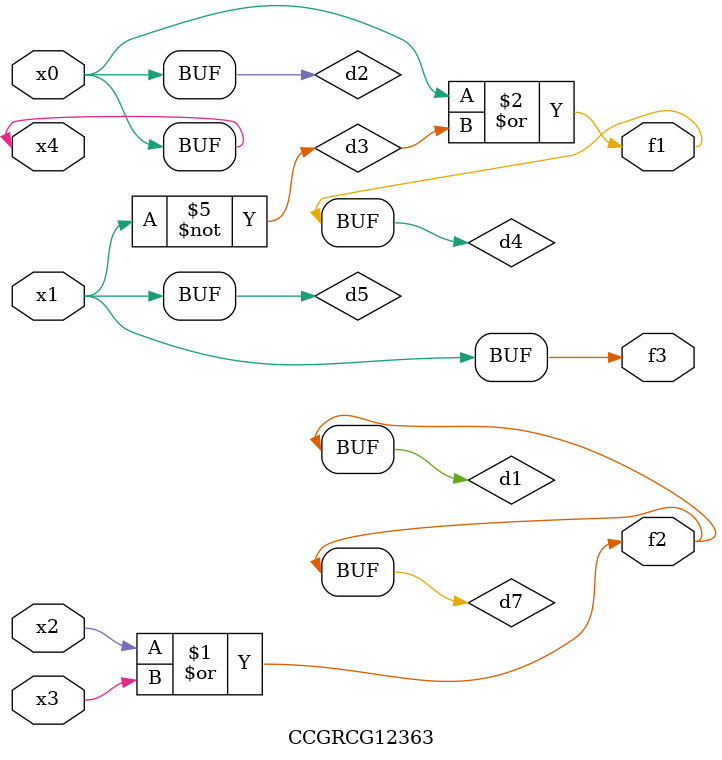
<source format=v>
module CCGRCG12363(
	input x0, x1, x2, x3, x4,
	output f1, f2, f3
);

	wire d1, d2, d3, d4, d5, d6, d7;

	or (d1, x2, x3);
	buf (d2, x0, x4);
	not (d3, x1);
	or (d4, d2, d3);
	not (d5, d3);
	nand (d6, d1, d3);
	or (d7, d1);
	assign f1 = d4;
	assign f2 = d7;
	assign f3 = d5;
endmodule

</source>
